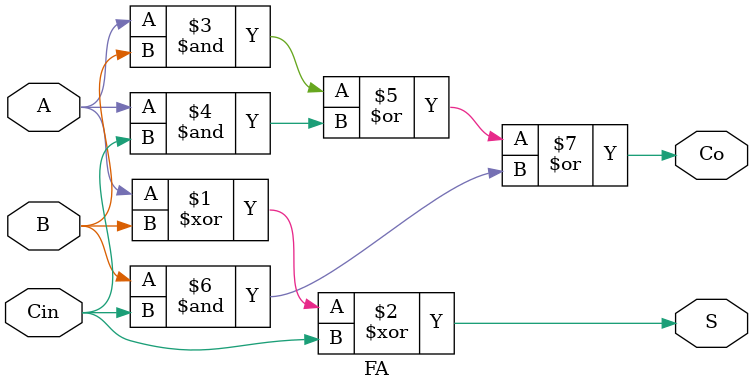
<source format=v>
/*
Author: Kyle Jarvis
Program Name: FA
Creation Date: 2/21/24
Date Last Updated: 2/21/24
Function: Functions as a 4-bit ripple carry adder
Method: adds numbers together using boolean expressions and by fulladder
Inputs: A,B,Cin
Outputs: Co,S
Comments:
*/

module FA(
input A, B, Cin,
output Co, S);


   // complete SOP equation for the sum bit
   assign S = A^B^Cin ;


   //complete SOP equation for the sum bit
   assign Co = (A&B) | (A&Cin) | (B&Cin);

endmodule

</source>
